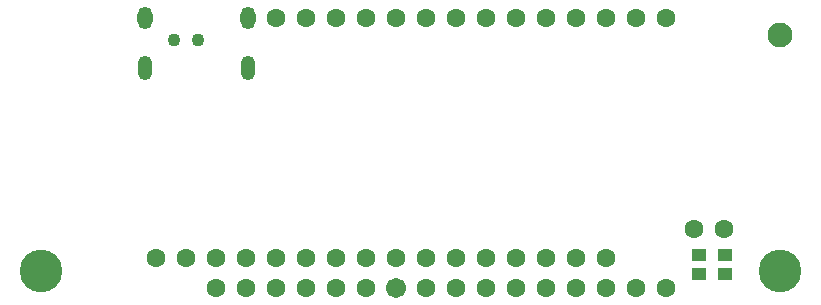
<source format=gbs>
G04 Layer: BottomSolderMaskLayer*
G04 EasyEDA Pro v2.2.40.8, 2025-11-29 03:04:21*
G04 Gerber Generator version 0.3*
G04 Scale: 100 percent, Rotated: No, Reflected: No*
G04 Dimensions in millimeters*
G04 Leading zeros omitted, absolute positions, 4 integers and 5 decimals*
G04 Generated by custom config*
%FSLAX45Y45*%
%MOMM*%
%AMRoundRect*1,1,$1,$2,$3*1,1,$1,$4,$5*1,1,$1,0-$2,0-$3*1,1,$1,0-$4,0-$5*20,1,$1,$2,$3,$4,$5,0*20,1,$1,$4,$5,0-$2,0-$3,0*20,1,$1,0-$2,0-$3,0-$4,0-$5,0*20,1,$1,0-$4,0-$5,$2,$3,0*4,1,4,$2,$3,$4,$5,0-$2,0-$3,0-$4,0-$5,$2,$3,0*%
%ADD10C,2.102*%
%ADD11C,3.602*%
%ADD12RoundRect,0.09299X-0.50451X0.47951X0.50451X0.47951*%
%ADD13C,1.602*%
%ADD14C,1.7032*%
%ADD15O,1.2091X2.10002*%
%ADD16O,1.20002X2.10002*%
%ADD17O,1.30002X1.90002*%
%ADD18C,1.102*%
%ADD19C,1.1016*%
G75*


G04 Pad Start*
G54D10*
G01X6530000Y2270000D03*
G54D11*
G01X6530000Y270000D03*
G01X270000Y270000D03*
G54D12*
G01X6060000Y240000D03*
G01X6060000Y400000D03*
G01X5840000Y400000D03*
G01X5840000Y240000D03*
G54D13*
G01X3782000Y2413000D03*
G01X3528000Y2413000D03*
G01X4036000Y2413000D03*
G01X4290000Y2413000D03*
G01X4544000Y2413000D03*
G01X4798000Y2413000D03*
G01X5306000Y2413000D03*
G01X5052000Y2413000D03*
G01X3020000Y2413000D03*
G01X3274000Y2413000D03*
G01X2766000Y2413000D03*
G01X2512000Y2413000D03*
G01X2258000Y2413000D03*
G01X5560000Y2413000D03*
G01X1242000Y381000D03*
G01X1496000Y381000D03*
G01X3782000Y381000D03*
G01X3528000Y381000D03*
G01X4036000Y381000D03*
G01X4290000Y381000D03*
G01X4544000Y381000D03*
G01X4798000Y381000D03*
G01X5052000Y381000D03*
G01X3274000Y381000D03*
G54D14*
G01X3274000Y127000D03*
G54D13*
G01X5052000Y127000D03*
G01X5306000Y127000D03*
G01X4798000Y127000D03*
G01X4544000Y127000D03*
G01X4290000Y127000D03*
G01X4036000Y127000D03*
G01X5560000Y127000D03*
G01X3528000Y127000D03*
G01X3782000Y127000D03*
G01X3020000Y381000D03*
G01X2766000Y381000D03*
G01X2512000Y381000D03*
G01X2258000Y381000D03*
G01X2004000Y381000D03*
G01X1750000Y381000D03*
G01X1750000Y127000D03*
G01X2004000Y127000D03*
G01X2258000Y127000D03*
G01X2512000Y127000D03*
G01X2766000Y127000D03*
G01X3020000Y127000D03*
G01X5796000Y620000D03*
G01X6050000Y620000D03*
G54D16*
G01X2020499Y1987488D03*
G01X1155502Y1987488D03*
G54D17*
G01X2020499Y2407503D03*
G01X1155502Y2407503D03*
G54D18*
G01X1400000Y2220001D03*
G54D19*
G01X1600001Y2220001D03*
G04 Pad End*

M02*


</source>
